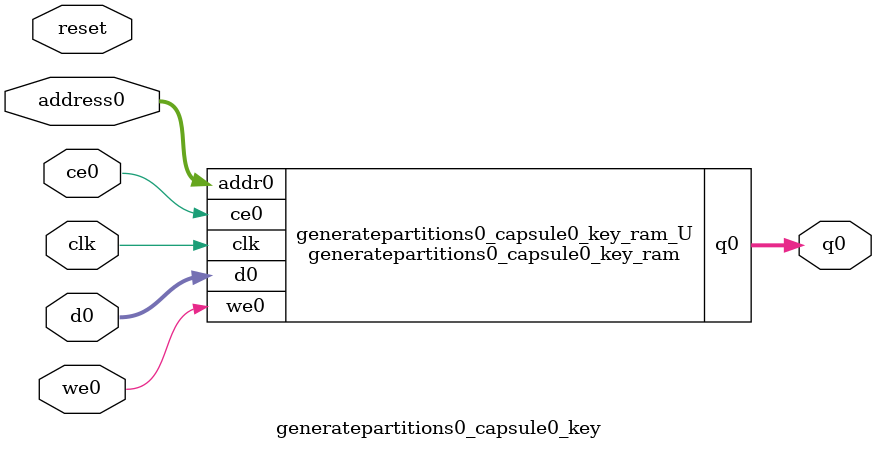
<source format=v>
`timescale 1 ns / 1 ps
module generatepartitions0_capsule0_key_ram (addr0, ce0, d0, we0, q0,  clk);

parameter DWIDTH = 32;
parameter AWIDTH = 5;
parameter MEM_SIZE = 32;

input[AWIDTH-1:0] addr0;
input ce0;
input[DWIDTH-1:0] d0;
input we0;
output reg[DWIDTH-1:0] q0;
input clk;

(* ram_style = "block" *)reg [DWIDTH-1:0] ram[0:MEM_SIZE-1];




always @(posedge clk)  
begin 
    if (ce0) 
    begin
        if (we0) 
        begin 
            ram[addr0] <= d0; 
        end 
        q0 <= ram[addr0];
    end
end


endmodule

`timescale 1 ns / 1 ps
module generatepartitions0_capsule0_key(
    reset,
    clk,
    address0,
    ce0,
    we0,
    d0,
    q0);

parameter DataWidth = 32'd32;
parameter AddressRange = 32'd32;
parameter AddressWidth = 32'd5;
input reset;
input clk;
input[AddressWidth - 1:0] address0;
input ce0;
input we0;
input[DataWidth - 1:0] d0;
output[DataWidth - 1:0] q0;



generatepartitions0_capsule0_key_ram generatepartitions0_capsule0_key_ram_U(
    .clk( clk ),
    .addr0( address0 ),
    .ce0( ce0 ),
    .we0( we0 ),
    .d0( d0 ),
    .q0( q0 ));

endmodule


</source>
